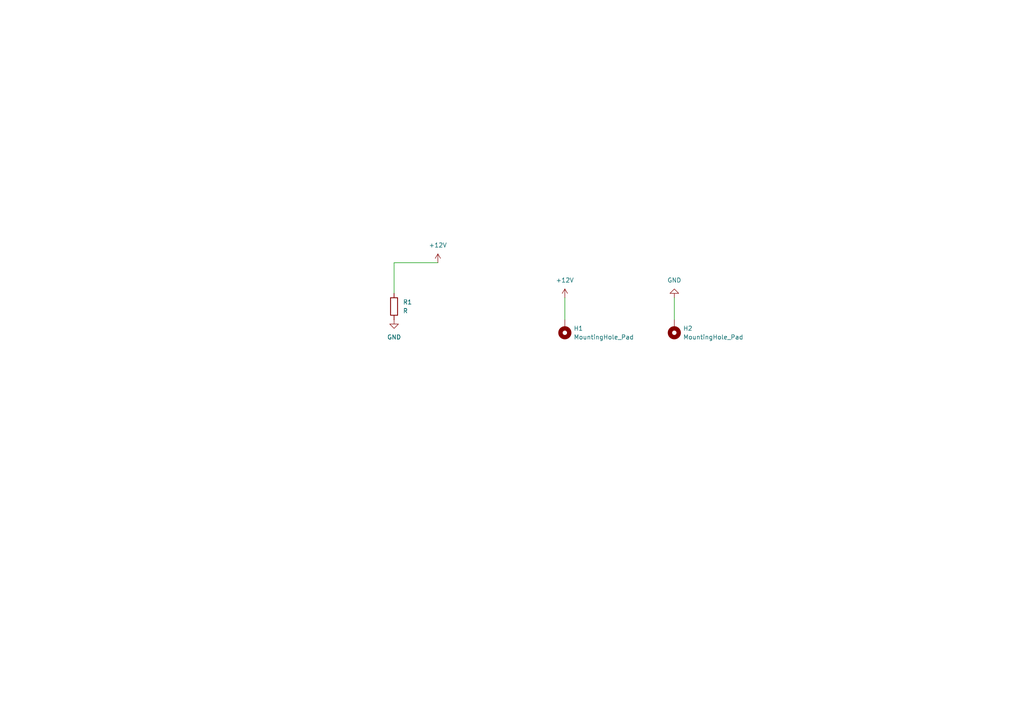
<source format=kicad_sch>
(kicad_sch (version 20250114) (generator "eeschema") (generator_version "9.0")
  (paper "A4")
  (lib_symbols
    (symbol "Device:R" (pin_numbers (hide yes)) (pin_names (offset 0))
      (property "Reference" "R" (at 2.032 0 90))
      (property "Value" "R" (at 0 0 90))
      (symbol "R_0_1"
        (rectangle (start -1.016 -2.54) (end 1.016 2.54) (stroke (width 0.254)))
      )
      (symbol "R_1_1"
        (pin passive line (at 0 3.81 270) (length 1.27) (name "~") (number "1"))
        (pin passive line (at 0 -3.81 90) (length 1.27) (name "~") (number "2"))
      )
    )
    (symbol "Mechanical:MountingHole_Pad" (pin_numbers (hide yes)) (pin_names (offset 1.016) (hide yes)) (exclude_from_sim yes) (in_bom no)
      (property "Reference" "H" (at 0 6.35 0))
      (property "Value" "MountingHole_Pad" (at 0 4.445 0))
      (symbol "MountingHole_Pad_0_1"
        (circle (center 0 1.27) (radius 1.27) (stroke (width 1.27)))
      )
      (symbol "MountingHole_Pad_1_1"
        (pin input line (at 0 -2.54 90) (length 2.54) (name "1") (number "1"))
      )
    )
    (symbol "power:+12V" (power) (pin_numbers (hide yes)) (pin_names (offset 0) (hide yes))
      (property "Value" "+12V" (at 0 3.556 0))
      (symbol "+12V_0_1"
        (polyline (pts (xy -0.762 1.27) (xy 0 2.54)))
        (polyline (pts (xy 0 2.54) (xy 0.762 1.27)))
        (polyline (pts (xy 0 0) (xy 0 2.54)))
      )
      (symbol "+12V_1_1"
        (pin power_in line (at 0 0 90) (length 0) (name "~") (number "1"))
      )
    )
    (symbol "power:GND" (power) (pin_numbers (hide yes)) (pin_names (offset 0) (hide yes))
      (property "Value" "GND" (at 0 -3.81 0))
      (symbol "GND_0_1"
        (polyline (pts (xy 0 0) (xy 0 -1.27) (xy 1.27 -1.27) (xy 0 -2.54) (xy -1.27 -1.27) (xy 0 -1.27)))
      )
      (symbol "GND_1_1"
        (pin power_in line (at 0 0 270) (length 0) (name "~") (number "1"))
      )
    )
  )
  (wire (pts (xy 163.83 86.36) (xy 163.83 92.71)))
  (wire (pts (xy 195.58 86.36) (xy 195.58 92.71)))
  (wire (pts (xy 114.3 85.09) (xy 114.3 76.2)))
  (wire (pts (xy 114.3 76.2) (xy 127 76.2)))
  (symbol (lib_id "power:+12V") (at 127 76.2 0) (unit 1)
    (property "Reference" "#PWR02" (effects (hide yes)))
    (property "Value" "+12V" (at 127 71.12 0))
    (property "Description" "Power symbol creates a global label with name \"+12V\"" (effects (hide yes)))
  )
  (symbol (lib_id "Device:R") (at 114.3 88.9 0) (unit 1)
    (property "Reference" "R1" (at 116.84 87.6299 0) (effects (justify left)))
    (property "Value" "R" (at 116.84 90.1699 0) (effects (justify left)))
    (property "Footprint" "Resistor_THT:R_Axial_DIN0207_L6.3mm_D2.5mm_P10.16mm_Horizontal" (effects (hide yes)))
    (property "Description" "Resistor" (effects (hide yes)))
  )
  (symbol (lib_id "power:GND") (at 195.58 86.36 180) (unit 1)
    (property "Reference" "#PWR03" (effects (hide yes)))
    (property "Value" "GND" (at 195.58 81.28 0))
    (property "Description" "Power symbol creates a global label with name \"GND\" , ground" (effects (hide yes)))
  )
  (symbol (lib_id "power:+12V") (at 163.83 86.36 0) (unit 1)
    (property "Reference" "#PWR06" (effects (hide yes)))
    (property "Value" "+12V" (at 163.83 81.28 0))
    (property "Description" "Power symbol creates a global label with name \"+12V\"" (effects (hide yes)))
  )
  (symbol (lib_id "power:GND") (at 114.3 92.71 0) (unit 1)
    (property "Reference" "#PWR01" (effects (hide yes)))
    (property "Value" "GND" (at 114.3 97.79 0))
    (property "Description" "Power symbol creates a global label with name \"GND\" , ground" (effects (hide yes)))
  )
  (symbol (lib_id "Mechanical:MountingHole_Pad") (at 163.83 95.25 180) (unit 1) (exclude_from_sim yes) (in_bom no)
    (property "Reference" "H1" (at 166.37 95.2499 0) (effects (justify right)))
    (property "Value" "MountingHole_Pad" (at 166.37 97.7899 0) (effects (justify right)))
    (property "Footprint" "MountingHole:MountingHole_3.2mm_M3_Pad" (effects (hide yes)))
    (property "Description" "Mounting Hole with connection" (effects (hide yes)))
  )
  (symbol (lib_id "Mechanical:MountingHole_Pad") (at 195.58 95.25 180) (unit 1) (exclude_from_sim yes) (in_bom no)
    (property "Reference" "H2" (at 198.12 95.2499 0) (effects (justify right)))
    (property "Value" "MountingHole_Pad" (at 198.12 97.7899 0) (effects (justify right)))
    (property "Footprint" "MountingHole:MountingHole_3.2mm_M3_Pad" (effects (hide yes)))
    (property "Description" "Mounting Hole with connection" (effects (hide yes)))
  )
)
</source>
